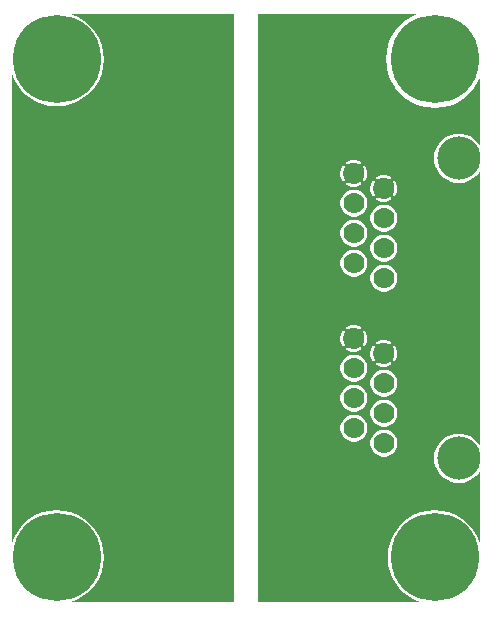
<source format=gbr>
G04 start of page 3 for group 1 idx 1 *
G04 Title: (unknown), solder *
G04 Creator: pcb 4.0.2 *
G04 CreationDate: Thu Jul  2 20:29:10 2020 UTC *
G04 For: ndholmes *
G04 Format: Gerber/RS-274X *
G04 PCB-Dimensions (mil): 3600.00 2000.00 *
G04 PCB-Coordinate-Origin: lower left *
%MOIN*%
%FSLAX25Y25*%
%LNBOTTOM*%
%ADD32C,0.1280*%
%ADD31C,0.0350*%
%ADD30C,0.1285*%
%ADD29C,0.0200*%
%ADD28C,0.0360*%
%ADD27C,0.1440*%
%ADD26C,0.0700*%
%ADD25C,0.2937*%
%ADD24C,0.0001*%
G54D24*G36*
X21705Y198000D02*X72000D01*
Y2000D01*
X21705D01*
X21862Y2038D01*
X24142Y2982D01*
X26247Y4272D01*
X28124Y5876D01*
X29728Y7753D01*
X31018Y9858D01*
X31962Y12138D01*
X32539Y14539D01*
X32684Y17000D01*
X32539Y19461D01*
X31962Y21862D01*
X31018Y24142D01*
X29728Y26247D01*
X28124Y28124D01*
X26247Y29728D01*
X24142Y31018D01*
X21862Y31962D01*
X19461Y32539D01*
X17000Y32732D01*
X14539Y32539D01*
X12138Y31962D01*
X9858Y31018D01*
X7753Y29728D01*
X5876Y28124D01*
X4272Y26247D01*
X2982Y24142D01*
X2038Y21862D01*
X2000Y21705D01*
Y178295D01*
X2038Y178138D01*
X2982Y175858D01*
X4272Y173753D01*
X5876Y171876D01*
X7753Y170272D01*
X9858Y168982D01*
X12138Y168038D01*
X14539Y167461D01*
X17000Y167268D01*
X19461Y167461D01*
X21862Y168038D01*
X24142Y168982D01*
X26247Y170272D01*
X28124Y171876D01*
X29728Y173753D01*
X31018Y175858D01*
X31962Y178138D01*
X32539Y180539D01*
X32684Y183000D01*
X32539Y185461D01*
X31962Y187862D01*
X31018Y190142D01*
X29728Y192247D01*
X28124Y194124D01*
X26247Y195728D01*
X24142Y197018D01*
X21862Y197962D01*
X21705Y198000D01*
G37*
G36*
X129720Y8653D02*X130272Y7753D01*
X131876Y5876D01*
X133753Y4272D01*
X135858Y2982D01*
X138138Y2038D01*
X138295Y2000D01*
X129720D01*
Y8653D01*
G37*
G36*
Y173696D02*X129866Y173458D01*
X131521Y171521D01*
X133458Y169866D01*
X135630Y168535D01*
X137983Y167561D01*
X140460Y166966D01*
X143000Y166766D01*
X145540Y166966D01*
X148017Y167561D01*
X150370Y168535D01*
X152542Y169866D01*
X154479Y171521D01*
X156134Y173458D01*
X157465Y175630D01*
X158000Y176923D01*
Y154271D01*
X157654Y154835D01*
X156816Y155816D01*
X155835Y156654D01*
X154734Y157329D01*
X153542Y157823D01*
X152287Y158124D01*
X151000Y158225D01*
X149713Y158124D01*
X148458Y157823D01*
X147266Y157329D01*
X146165Y156654D01*
X145184Y155816D01*
X144346Y154835D01*
X143671Y153734D01*
X143177Y152542D01*
X142876Y151287D01*
X142775Y150000D01*
X142876Y148713D01*
X143177Y147458D01*
X143671Y146266D01*
X144346Y145165D01*
X145184Y144184D01*
X146165Y143346D01*
X147266Y142671D01*
X148458Y142177D01*
X149713Y141876D01*
X151000Y141775D01*
X152287Y141876D01*
X153542Y142177D01*
X154734Y142671D01*
X155835Y143346D01*
X156816Y144184D01*
X157654Y145165D01*
X158000Y145729D01*
Y54271D01*
X157654Y54835D01*
X156816Y55816D01*
X155835Y56654D01*
X154734Y57329D01*
X153542Y57823D01*
X152287Y58124D01*
X151000Y58225D01*
X149713Y58124D01*
X148458Y57823D01*
X147266Y57329D01*
X146165Y56654D01*
X145184Y55816D01*
X144346Y54835D01*
X143671Y53734D01*
X143177Y52542D01*
X142876Y51287D01*
X142775Y50000D01*
X142876Y48713D01*
X143177Y47458D01*
X143671Y46266D01*
X144346Y45165D01*
X145184Y44184D01*
X146165Y43346D01*
X147266Y42671D01*
X148458Y42177D01*
X149713Y41876D01*
X151000Y41775D01*
X152287Y41876D01*
X153542Y42177D01*
X154734Y42671D01*
X155835Y43346D01*
X156816Y44184D01*
X157654Y45165D01*
X158000Y45729D01*
Y21705D01*
X157962Y21862D01*
X157018Y24142D01*
X155728Y26247D01*
X154124Y28124D01*
X152247Y29728D01*
X150142Y31018D01*
X147862Y31962D01*
X145461Y32539D01*
X143000Y32732D01*
X140539Y32539D01*
X138138Y31962D01*
X135858Y31018D01*
X133753Y29728D01*
X131876Y28124D01*
X130272Y26247D01*
X129720Y25347D01*
Y52459D01*
X130022Y52951D01*
X130293Y53605D01*
X130458Y54294D01*
X130500Y55000D01*
X130458Y55706D01*
X130293Y56395D01*
X130022Y57049D01*
X129720Y57541D01*
Y62459D01*
X130022Y62951D01*
X130293Y63605D01*
X130458Y64294D01*
X130500Y65000D01*
X130458Y65706D01*
X130293Y66395D01*
X130022Y67049D01*
X129720Y67541D01*
Y72459D01*
X130022Y72951D01*
X130293Y73605D01*
X130458Y74294D01*
X130500Y75000D01*
X130458Y75706D01*
X130293Y76395D01*
X130022Y77049D01*
X129720Y77541D01*
Y82544D01*
X129771Y82583D01*
X129826Y82639D01*
X129870Y82704D01*
X130064Y83056D01*
X130221Y83426D01*
X130344Y83809D01*
X130433Y84200D01*
X130487Y84599D01*
X130504Y85000D01*
X130487Y85401D01*
X130433Y85800D01*
X130344Y86191D01*
X130221Y86574D01*
X130064Y86944D01*
X129874Y87298D01*
X129829Y87363D01*
X129774Y87420D01*
X129720Y87460D01*
Y107459D01*
X130022Y107951D01*
X130293Y108605D01*
X130458Y109294D01*
X130500Y110000D01*
X130458Y110706D01*
X130293Y111395D01*
X130022Y112049D01*
X129720Y112541D01*
Y117459D01*
X130022Y117951D01*
X130293Y118605D01*
X130458Y119294D01*
X130500Y120000D01*
X130458Y120706D01*
X130293Y121395D01*
X130022Y122049D01*
X129720Y122541D01*
Y127459D01*
X130022Y127951D01*
X130293Y128605D01*
X130458Y129294D01*
X130500Y130000D01*
X130458Y130706D01*
X130293Y131395D01*
X130022Y132049D01*
X129720Y132541D01*
Y137544D01*
X129771Y137583D01*
X129826Y137639D01*
X129870Y137704D01*
X130064Y138056D01*
X130221Y138426D01*
X130344Y138809D01*
X130433Y139200D01*
X130487Y139599D01*
X130504Y140000D01*
X130487Y140401D01*
X130433Y140800D01*
X130344Y141191D01*
X130221Y141574D01*
X130064Y141944D01*
X129874Y142298D01*
X129829Y142363D01*
X129774Y142420D01*
X129720Y142460D01*
Y173696D01*
G37*
G36*
Y198000D02*X136923D01*
X135630Y197465D01*
X133458Y196134D01*
X131521Y194479D01*
X129866Y192542D01*
X129720Y192304D01*
Y198000D01*
G37*
G36*
Y122541D02*X129652Y122653D01*
X129192Y123192D01*
X128653Y123652D01*
X128049Y124022D01*
X127395Y124293D01*
X126706Y124458D01*
X126000Y124514D01*
X125993Y124513D01*
Y125487D01*
X126000Y125486D01*
X126706Y125542D01*
X127395Y125707D01*
X128049Y125978D01*
X128653Y126348D01*
X129192Y126808D01*
X129652Y127347D01*
X129720Y127459D01*
Y122541D01*
G37*
G36*
Y112541D02*X129652Y112653D01*
X129192Y113192D01*
X128653Y113652D01*
X128049Y114022D01*
X127395Y114293D01*
X126706Y114458D01*
X126000Y114514D01*
X125993Y114513D01*
Y115487D01*
X126000Y115486D01*
X126706Y115542D01*
X127395Y115707D01*
X128049Y115978D01*
X128653Y116348D01*
X129192Y116808D01*
X129652Y117347D01*
X129720Y117459D01*
Y112541D01*
G37*
G36*
Y77541D02*X129652Y77653D01*
X129192Y78192D01*
X128653Y78652D01*
X128049Y79022D01*
X127395Y79293D01*
X126706Y79458D01*
X126000Y79514D01*
X125993Y79513D01*
Y80496D01*
X126000Y80496D01*
X126401Y80513D01*
X126800Y80567D01*
X127191Y80656D01*
X127574Y80779D01*
X127944Y80936D01*
X128298Y81126D01*
X128363Y81171D01*
X128420Y81226D01*
X128468Y81290D01*
X128504Y81360D01*
X128530Y81435D01*
X128544Y81513D01*
X128545Y81592D01*
X128533Y81671D01*
X128510Y81746D01*
X128475Y81817D01*
X128429Y81882D01*
X128374Y81939D01*
X128311Y81987D01*
X128241Y82024D01*
X128166Y82049D01*
X128088Y82063D01*
X128008Y82064D01*
X127930Y82052D01*
X127854Y82029D01*
X127784Y81993D01*
X127510Y81843D01*
X127223Y81721D01*
X126926Y81625D01*
X126621Y81556D01*
X126312Y81514D01*
X126000Y81500D01*
X125993Y81500D01*
Y88500D01*
X126000Y88500D01*
X126312Y88486D01*
X126621Y88444D01*
X126926Y88375D01*
X127223Y88279D01*
X127510Y88157D01*
X127786Y88010D01*
X127855Y87974D01*
X127931Y87951D01*
X128009Y87940D01*
X128087Y87941D01*
X128165Y87954D01*
X128239Y87980D01*
X128309Y88016D01*
X128372Y88064D01*
X128427Y88120D01*
X128472Y88184D01*
X128507Y88255D01*
X128530Y88330D01*
X128541Y88408D01*
X128540Y88487D01*
X128527Y88564D01*
X128501Y88639D01*
X128465Y88708D01*
X128417Y88771D01*
X128361Y88826D01*
X128296Y88870D01*
X127944Y89064D01*
X127574Y89221D01*
X127191Y89344D01*
X126800Y89433D01*
X126401Y89487D01*
X126000Y89504D01*
X125993Y89504D01*
Y105487D01*
X126000Y105486D01*
X126706Y105542D01*
X127395Y105707D01*
X128049Y105978D01*
X128653Y106348D01*
X129192Y106808D01*
X129652Y107347D01*
X129720Y107459D01*
Y87460D01*
X129710Y87468D01*
X129640Y87504D01*
X129565Y87530D01*
X129487Y87544D01*
X129408Y87545D01*
X129329Y87533D01*
X129254Y87510D01*
X129183Y87475D01*
X129118Y87429D01*
X129061Y87374D01*
X129013Y87311D01*
X128976Y87241D01*
X128951Y87166D01*
X128937Y87088D01*
X128936Y87008D01*
X128948Y86930D01*
X128971Y86854D01*
X129007Y86784D01*
X129157Y86510D01*
X129279Y86223D01*
X129375Y85926D01*
X129444Y85621D01*
X129486Y85312D01*
X129500Y85000D01*
X129486Y84688D01*
X129444Y84379D01*
X129375Y84074D01*
X129279Y83777D01*
X129157Y83490D01*
X129010Y83214D01*
X128974Y83145D01*
X128951Y83069D01*
X128940Y82991D01*
X128941Y82913D01*
X128954Y82835D01*
X128980Y82761D01*
X129016Y82691D01*
X129064Y82628D01*
X129120Y82573D01*
X129184Y82528D01*
X129255Y82493D01*
X129330Y82470D01*
X129408Y82459D01*
X129487Y82460D01*
X129564Y82473D01*
X129639Y82499D01*
X129708Y82535D01*
X129720Y82544D01*
Y77541D01*
G37*
G36*
Y67541D02*X129652Y67653D01*
X129192Y68192D01*
X128653Y68652D01*
X128049Y69022D01*
X127395Y69293D01*
X126706Y69458D01*
X126000Y69514D01*
X125993Y69513D01*
Y70487D01*
X126000Y70486D01*
X126706Y70542D01*
X127395Y70707D01*
X128049Y70978D01*
X128653Y71348D01*
X129192Y71808D01*
X129652Y72347D01*
X129720Y72459D01*
Y67541D01*
G37*
G36*
Y57541D02*X129652Y57653D01*
X129192Y58192D01*
X128653Y58652D01*
X128049Y59022D01*
X127395Y59293D01*
X126706Y59458D01*
X126000Y59514D01*
X125993Y59513D01*
Y60487D01*
X126000Y60486D01*
X126706Y60542D01*
X127395Y60707D01*
X128049Y60978D01*
X128653Y61348D01*
X129192Y61808D01*
X129652Y62347D01*
X129720Y62459D01*
Y57541D01*
G37*
G36*
Y25347D02*X128982Y24142D01*
X128038Y21862D01*
X127461Y19461D01*
X127268Y17000D01*
X127461Y14539D01*
X128038Y12138D01*
X128982Y9858D01*
X129720Y8653D01*
Y2000D01*
X125993D01*
Y50487D01*
X126000Y50486D01*
X126706Y50542D01*
X127395Y50707D01*
X128049Y50978D01*
X128653Y51348D01*
X129192Y51808D01*
X129652Y52347D01*
X129720Y52459D01*
Y25347D01*
G37*
G36*
X125993Y198000D02*X129720D01*
Y192304D01*
X128535Y190370D01*
X127561Y188017D01*
X126966Y185540D01*
X126766Y183000D01*
X126966Y180460D01*
X127561Y177983D01*
X128535Y175630D01*
X129720Y173696D01*
Y142460D01*
X129710Y142468D01*
X129640Y142504D01*
X129565Y142530D01*
X129487Y142544D01*
X129408Y142545D01*
X129329Y142533D01*
X129254Y142510D01*
X129183Y142475D01*
X129118Y142429D01*
X129061Y142374D01*
X129013Y142311D01*
X128976Y142241D01*
X128951Y142166D01*
X128937Y142088D01*
X128936Y142008D01*
X128948Y141930D01*
X128971Y141854D01*
X129007Y141784D01*
X129157Y141510D01*
X129279Y141223D01*
X129375Y140926D01*
X129444Y140621D01*
X129486Y140312D01*
X129500Y140000D01*
X129486Y139688D01*
X129444Y139379D01*
X129375Y139074D01*
X129279Y138777D01*
X129157Y138490D01*
X129010Y138214D01*
X128974Y138145D01*
X128951Y138069D01*
X128940Y137991D01*
X128941Y137913D01*
X128954Y137835D01*
X128980Y137761D01*
X129016Y137691D01*
X129064Y137628D01*
X129120Y137573D01*
X129184Y137528D01*
X129255Y137493D01*
X129330Y137470D01*
X129408Y137459D01*
X129487Y137460D01*
X129564Y137473D01*
X129639Y137499D01*
X129708Y137535D01*
X129720Y137544D01*
Y132541D01*
X129652Y132653D01*
X129192Y133192D01*
X128653Y133652D01*
X128049Y134022D01*
X127395Y134293D01*
X126706Y134458D01*
X126000Y134514D01*
X125993Y134513D01*
Y135496D01*
X126000Y135496D01*
X126401Y135513D01*
X126800Y135567D01*
X127191Y135656D01*
X127574Y135779D01*
X127944Y135936D01*
X128298Y136126D01*
X128363Y136171D01*
X128420Y136226D01*
X128468Y136290D01*
X128504Y136360D01*
X128530Y136435D01*
X128544Y136513D01*
X128545Y136592D01*
X128533Y136671D01*
X128510Y136746D01*
X128475Y136817D01*
X128429Y136882D01*
X128374Y136939D01*
X128311Y136987D01*
X128241Y137024D01*
X128166Y137049D01*
X128088Y137063D01*
X128008Y137064D01*
X127930Y137052D01*
X127854Y137029D01*
X127784Y136993D01*
X127510Y136843D01*
X127223Y136721D01*
X126926Y136625D01*
X126621Y136556D01*
X126312Y136514D01*
X126000Y136500D01*
X125993Y136500D01*
Y143500D01*
X126000Y143500D01*
X126312Y143486D01*
X126621Y143444D01*
X126926Y143375D01*
X127223Y143279D01*
X127510Y143157D01*
X127786Y143010D01*
X127855Y142974D01*
X127931Y142951D01*
X128009Y142940D01*
X128087Y142941D01*
X128165Y142954D01*
X128239Y142980D01*
X128309Y143016D01*
X128372Y143064D01*
X128427Y143120D01*
X128472Y143184D01*
X128507Y143255D01*
X128530Y143330D01*
X128541Y143408D01*
X128540Y143487D01*
X128527Y143564D01*
X128501Y143639D01*
X128465Y143708D01*
X128417Y143771D01*
X128361Y143826D01*
X128296Y143870D01*
X127944Y144064D01*
X127574Y144221D01*
X127191Y144344D01*
X126800Y144433D01*
X126401Y144487D01*
X126000Y144504D01*
X125993Y144504D01*
Y198000D01*
G37*
G36*
X122280Y52459D02*X122348Y52347D01*
X122808Y51808D01*
X123347Y51348D01*
X123951Y50978D01*
X124605Y50707D01*
X125294Y50542D01*
X125993Y50487D01*
Y2000D01*
X122280D01*
Y52459D01*
G37*
G36*
Y62459D02*X122348Y62347D01*
X122808Y61808D01*
X123347Y61348D01*
X123951Y60978D01*
X124605Y60707D01*
X125294Y60542D01*
X125993Y60487D01*
Y59513D01*
X125294Y59458D01*
X124605Y59293D01*
X123951Y59022D01*
X123347Y58652D01*
X122808Y58192D01*
X122348Y57653D01*
X122280Y57541D01*
Y62459D01*
G37*
G36*
Y72459D02*X122348Y72347D01*
X122808Y71808D01*
X123347Y71348D01*
X123951Y70978D01*
X124605Y70707D01*
X125294Y70542D01*
X125993Y70487D01*
Y69513D01*
X125294Y69458D01*
X124605Y69293D01*
X123951Y69022D01*
X123347Y68652D01*
X122808Y68192D01*
X122348Y67653D01*
X122280Y67541D01*
Y72459D01*
G37*
G36*
Y107459D02*X122348Y107347D01*
X122808Y106808D01*
X123347Y106348D01*
X123951Y105978D01*
X124605Y105707D01*
X125294Y105542D01*
X125993Y105487D01*
Y89504D01*
X125599Y89487D01*
X125200Y89433D01*
X124809Y89344D01*
X124426Y89221D01*
X124056Y89064D01*
X123702Y88874D01*
X123637Y88829D01*
X123580Y88774D01*
X123532Y88710D01*
X123496Y88640D01*
X123470Y88565D01*
X123456Y88487D01*
X123455Y88408D01*
X123467Y88329D01*
X123490Y88254D01*
X123525Y88183D01*
X123571Y88118D01*
X123626Y88061D01*
X123689Y88013D01*
X123759Y87976D01*
X123834Y87951D01*
X123912Y87937D01*
X123992Y87936D01*
X124070Y87948D01*
X124146Y87971D01*
X124216Y88007D01*
X124490Y88157D01*
X124777Y88279D01*
X125074Y88375D01*
X125379Y88444D01*
X125688Y88486D01*
X125993Y88500D01*
Y81500D01*
X125688Y81514D01*
X125379Y81556D01*
X125074Y81625D01*
X124777Y81721D01*
X124490Y81843D01*
X124214Y81990D01*
X124145Y82026D01*
X124069Y82049D01*
X123991Y82060D01*
X123913Y82059D01*
X123835Y82046D01*
X123761Y82020D01*
X123691Y81984D01*
X123628Y81936D01*
X123573Y81880D01*
X123528Y81816D01*
X123493Y81745D01*
X123470Y81670D01*
X123459Y81592D01*
X123460Y81513D01*
X123473Y81436D01*
X123499Y81361D01*
X123535Y81292D01*
X123583Y81229D01*
X123639Y81174D01*
X123704Y81130D01*
X124056Y80936D01*
X124426Y80779D01*
X124809Y80656D01*
X125200Y80567D01*
X125599Y80513D01*
X125993Y80496D01*
Y79513D01*
X125294Y79458D01*
X124605Y79293D01*
X123951Y79022D01*
X123347Y78652D01*
X122808Y78192D01*
X122348Y77653D01*
X122280Y77541D01*
Y82540D01*
X122290Y82532D01*
X122360Y82496D01*
X122435Y82470D01*
X122513Y82456D01*
X122592Y82455D01*
X122671Y82467D01*
X122746Y82490D01*
X122817Y82525D01*
X122882Y82571D01*
X122939Y82626D01*
X122987Y82689D01*
X123023Y82759D01*
X123049Y82834D01*
X123063Y82912D01*
X123064Y82992D01*
X123052Y83070D01*
X123029Y83146D01*
X122993Y83216D01*
X122843Y83490D01*
X122721Y83777D01*
X122625Y84074D01*
X122556Y84379D01*
X122514Y84688D01*
X122500Y85000D01*
X122514Y85312D01*
X122556Y85621D01*
X122625Y85926D01*
X122721Y86223D01*
X122843Y86510D01*
X122990Y86786D01*
X123026Y86855D01*
X123049Y86931D01*
X123060Y87009D01*
X123059Y87087D01*
X123046Y87165D01*
X123020Y87239D01*
X122984Y87309D01*
X122936Y87372D01*
X122880Y87427D01*
X122816Y87472D01*
X122745Y87507D01*
X122670Y87530D01*
X122592Y87541D01*
X122513Y87540D01*
X122436Y87527D01*
X122361Y87501D01*
X122292Y87465D01*
X122280Y87456D01*
Y107459D01*
G37*
G36*
Y117459D02*X122348Y117347D01*
X122808Y116808D01*
X123347Y116348D01*
X123951Y115978D01*
X124605Y115707D01*
X125294Y115542D01*
X125993Y115487D01*
Y114513D01*
X125294Y114458D01*
X124605Y114293D01*
X123951Y114022D01*
X123347Y113652D01*
X122808Y113192D01*
X122348Y112653D01*
X122280Y112541D01*
Y117459D01*
G37*
G36*
Y127459D02*X122348Y127347D01*
X122808Y126808D01*
X123347Y126348D01*
X123951Y125978D01*
X124605Y125707D01*
X125294Y125542D01*
X125993Y125487D01*
Y124513D01*
X125294Y124458D01*
X124605Y124293D01*
X123951Y124022D01*
X123347Y123652D01*
X122808Y123192D01*
X122348Y122653D01*
X122280Y122541D01*
Y127459D01*
G37*
G36*
Y198000D02*X125993D01*
Y144504D01*
X125599Y144487D01*
X125200Y144433D01*
X124809Y144344D01*
X124426Y144221D01*
X124056Y144064D01*
X123702Y143874D01*
X123637Y143829D01*
X123580Y143774D01*
X123532Y143710D01*
X123496Y143640D01*
X123470Y143565D01*
X123456Y143487D01*
X123455Y143408D01*
X123467Y143329D01*
X123490Y143254D01*
X123525Y143183D01*
X123571Y143118D01*
X123626Y143061D01*
X123689Y143013D01*
X123759Y142976D01*
X123834Y142951D01*
X123912Y142937D01*
X123992Y142936D01*
X124070Y142948D01*
X124146Y142971D01*
X124216Y143007D01*
X124490Y143157D01*
X124777Y143279D01*
X125074Y143375D01*
X125379Y143444D01*
X125688Y143486D01*
X125993Y143500D01*
Y136500D01*
X125688Y136514D01*
X125379Y136556D01*
X125074Y136625D01*
X124777Y136721D01*
X124490Y136843D01*
X124214Y136990D01*
X124145Y137026D01*
X124069Y137049D01*
X123991Y137060D01*
X123913Y137059D01*
X123835Y137046D01*
X123761Y137020D01*
X123691Y136984D01*
X123628Y136936D01*
X123573Y136880D01*
X123528Y136816D01*
X123493Y136745D01*
X123470Y136670D01*
X123459Y136592D01*
X123460Y136513D01*
X123473Y136436D01*
X123499Y136361D01*
X123535Y136292D01*
X123583Y136229D01*
X123639Y136174D01*
X123704Y136130D01*
X124056Y135936D01*
X124426Y135779D01*
X124809Y135656D01*
X125200Y135567D01*
X125599Y135513D01*
X125993Y135496D01*
Y134513D01*
X125294Y134458D01*
X124605Y134293D01*
X123951Y134022D01*
X123347Y133652D01*
X122808Y133192D01*
X122348Y132653D01*
X122280Y132541D01*
Y137540D01*
X122290Y137532D01*
X122360Y137496D01*
X122435Y137470D01*
X122513Y137456D01*
X122592Y137455D01*
X122671Y137467D01*
X122746Y137490D01*
X122817Y137525D01*
X122882Y137571D01*
X122939Y137626D01*
X122987Y137689D01*
X123023Y137759D01*
X123049Y137834D01*
X123063Y137912D01*
X123064Y137992D01*
X123052Y138070D01*
X123029Y138146D01*
X122993Y138216D01*
X122843Y138490D01*
X122721Y138777D01*
X122625Y139074D01*
X122556Y139379D01*
X122514Y139688D01*
X122500Y140000D01*
X122514Y140312D01*
X122556Y140621D01*
X122625Y140926D01*
X122721Y141223D01*
X122843Y141510D01*
X122990Y141786D01*
X123026Y141855D01*
X123049Y141931D01*
X123060Y142009D01*
X123059Y142087D01*
X123046Y142165D01*
X123020Y142239D01*
X122984Y142309D01*
X122936Y142372D01*
X122880Y142427D01*
X122816Y142472D01*
X122745Y142507D01*
X122670Y142530D01*
X122592Y142541D01*
X122513Y142540D01*
X122436Y142527D01*
X122361Y142501D01*
X122292Y142465D01*
X122280Y142456D01*
Y198000D01*
G37*
G36*
X119720D02*X122280D01*
Y142456D01*
X122229Y142417D01*
X122174Y142361D01*
X122130Y142296D01*
X121936Y141944D01*
X121779Y141574D01*
X121656Y141191D01*
X121567Y140800D01*
X121513Y140401D01*
X121496Y140000D01*
X121513Y139599D01*
X121567Y139200D01*
X121656Y138809D01*
X121779Y138426D01*
X121936Y138056D01*
X122126Y137702D01*
X122171Y137637D01*
X122226Y137580D01*
X122280Y137540D01*
Y132541D01*
X121978Y132049D01*
X121707Y131395D01*
X121542Y130706D01*
X121486Y130000D01*
X121542Y129294D01*
X121707Y128605D01*
X121978Y127951D01*
X122280Y127459D01*
Y122541D01*
X121978Y122049D01*
X121707Y121395D01*
X121542Y120706D01*
X121486Y120000D01*
X121542Y119294D01*
X121707Y118605D01*
X121978Y117951D01*
X122280Y117459D01*
Y112541D01*
X121978Y112049D01*
X121707Y111395D01*
X121542Y110706D01*
X121486Y110000D01*
X121542Y109294D01*
X121707Y108605D01*
X121978Y107951D01*
X122280Y107459D01*
Y87456D01*
X122229Y87417D01*
X122174Y87361D01*
X122130Y87296D01*
X121936Y86944D01*
X121779Y86574D01*
X121656Y86191D01*
X121567Y85800D01*
X121513Y85401D01*
X121496Y85000D01*
X121513Y84599D01*
X121567Y84200D01*
X121656Y83809D01*
X121779Y83426D01*
X121936Y83056D01*
X122126Y82702D01*
X122171Y82637D01*
X122226Y82580D01*
X122280Y82540D01*
Y77541D01*
X121978Y77049D01*
X121707Y76395D01*
X121542Y75706D01*
X121486Y75000D01*
X121542Y74294D01*
X121707Y73605D01*
X121978Y72951D01*
X122280Y72459D01*
Y67541D01*
X121978Y67049D01*
X121707Y66395D01*
X121542Y65706D01*
X121486Y65000D01*
X121542Y64294D01*
X121707Y63605D01*
X121978Y62951D01*
X122280Y62459D01*
Y57541D01*
X121978Y57049D01*
X121707Y56395D01*
X121542Y55706D01*
X121486Y55000D01*
X121542Y54294D01*
X121707Y53605D01*
X121978Y52951D01*
X122280Y52459D01*
Y2000D01*
X119720D01*
Y57459D01*
X120022Y57951D01*
X120293Y58605D01*
X120458Y59294D01*
X120500Y60000D01*
X120458Y60706D01*
X120293Y61395D01*
X120022Y62049D01*
X119720Y62541D01*
Y67459D01*
X120022Y67951D01*
X120293Y68605D01*
X120458Y69294D01*
X120500Y70000D01*
X120458Y70706D01*
X120293Y71395D01*
X120022Y72049D01*
X119720Y72541D01*
Y77459D01*
X120022Y77951D01*
X120293Y78605D01*
X120458Y79294D01*
X120500Y80000D01*
X120458Y80706D01*
X120293Y81395D01*
X120022Y82049D01*
X119720Y82541D01*
Y87544D01*
X119771Y87583D01*
X119826Y87639D01*
X119870Y87704D01*
X120064Y88056D01*
X120221Y88426D01*
X120344Y88809D01*
X120433Y89200D01*
X120487Y89599D01*
X120504Y90000D01*
X120487Y90401D01*
X120433Y90800D01*
X120344Y91191D01*
X120221Y91574D01*
X120064Y91944D01*
X119874Y92298D01*
X119829Y92363D01*
X119774Y92420D01*
X119720Y92460D01*
Y112459D01*
X120022Y112951D01*
X120293Y113605D01*
X120458Y114294D01*
X120500Y115000D01*
X120458Y115706D01*
X120293Y116395D01*
X120022Y117049D01*
X119720Y117541D01*
Y122459D01*
X120022Y122951D01*
X120293Y123605D01*
X120458Y124294D01*
X120500Y125000D01*
X120458Y125706D01*
X120293Y126395D01*
X120022Y127049D01*
X119720Y127541D01*
Y132459D01*
X120022Y132951D01*
X120293Y133605D01*
X120458Y134294D01*
X120500Y135000D01*
X120458Y135706D01*
X120293Y136395D01*
X120022Y137049D01*
X119720Y137541D01*
Y142544D01*
X119771Y142583D01*
X119826Y142639D01*
X119870Y142704D01*
X120064Y143056D01*
X120221Y143426D01*
X120344Y143809D01*
X120433Y144200D01*
X120487Y144599D01*
X120504Y145000D01*
X120487Y145401D01*
X120433Y145800D01*
X120344Y146191D01*
X120221Y146574D01*
X120064Y146944D01*
X119874Y147298D01*
X119829Y147363D01*
X119774Y147420D01*
X119720Y147460D01*
Y198000D01*
G37*
G36*
Y127541D02*X119652Y127653D01*
X119192Y128192D01*
X118653Y128652D01*
X118049Y129022D01*
X117395Y129293D01*
X116706Y129458D01*
X116000Y129514D01*
X115993Y129513D01*
Y130487D01*
X116000Y130486D01*
X116706Y130542D01*
X117395Y130707D01*
X118049Y130978D01*
X118653Y131348D01*
X119192Y131808D01*
X119652Y132347D01*
X119720Y132459D01*
Y127541D01*
G37*
G36*
Y117541D02*X119652Y117653D01*
X119192Y118192D01*
X118653Y118652D01*
X118049Y119022D01*
X117395Y119293D01*
X116706Y119458D01*
X116000Y119514D01*
X115993Y119513D01*
Y120487D01*
X116000Y120486D01*
X116706Y120542D01*
X117395Y120707D01*
X118049Y120978D01*
X118653Y121348D01*
X119192Y121808D01*
X119652Y122347D01*
X119720Y122459D01*
Y117541D01*
G37*
G36*
Y82541D02*X119652Y82653D01*
X119192Y83192D01*
X118653Y83652D01*
X118049Y84022D01*
X117395Y84293D01*
X116706Y84458D01*
X116000Y84514D01*
X115993Y84513D01*
Y85496D01*
X116000Y85496D01*
X116401Y85513D01*
X116800Y85567D01*
X117191Y85656D01*
X117574Y85779D01*
X117944Y85936D01*
X118298Y86126D01*
X118363Y86171D01*
X118420Y86226D01*
X118468Y86290D01*
X118504Y86360D01*
X118530Y86435D01*
X118544Y86513D01*
X118545Y86592D01*
X118533Y86671D01*
X118510Y86746D01*
X118475Y86817D01*
X118429Y86882D01*
X118374Y86939D01*
X118311Y86987D01*
X118241Y87024D01*
X118166Y87049D01*
X118088Y87063D01*
X118008Y87064D01*
X117930Y87052D01*
X117854Y87029D01*
X117784Y86993D01*
X117510Y86843D01*
X117223Y86721D01*
X116926Y86625D01*
X116621Y86556D01*
X116312Y86514D01*
X116000Y86500D01*
X115993Y86500D01*
Y93500D01*
X116000Y93500D01*
X116312Y93486D01*
X116621Y93444D01*
X116926Y93375D01*
X117223Y93279D01*
X117510Y93157D01*
X117786Y93010D01*
X117855Y92974D01*
X117931Y92951D01*
X118009Y92940D01*
X118087Y92941D01*
X118165Y92954D01*
X118239Y92980D01*
X118309Y93016D01*
X118372Y93064D01*
X118427Y93120D01*
X118472Y93184D01*
X118507Y93255D01*
X118530Y93330D01*
X118541Y93408D01*
X118540Y93487D01*
X118527Y93564D01*
X118501Y93639D01*
X118465Y93708D01*
X118417Y93771D01*
X118361Y93826D01*
X118296Y93870D01*
X117944Y94064D01*
X117574Y94221D01*
X117191Y94344D01*
X116800Y94433D01*
X116401Y94487D01*
X116000Y94504D01*
X115993Y94504D01*
Y110487D01*
X116000Y110486D01*
X116706Y110542D01*
X117395Y110707D01*
X118049Y110978D01*
X118653Y111348D01*
X119192Y111808D01*
X119652Y112347D01*
X119720Y112459D01*
Y92460D01*
X119710Y92468D01*
X119640Y92504D01*
X119565Y92530D01*
X119487Y92544D01*
X119408Y92545D01*
X119329Y92533D01*
X119254Y92510D01*
X119183Y92475D01*
X119118Y92429D01*
X119061Y92374D01*
X119013Y92311D01*
X118976Y92241D01*
X118951Y92166D01*
X118937Y92088D01*
X118936Y92008D01*
X118948Y91930D01*
X118971Y91854D01*
X119007Y91784D01*
X119157Y91510D01*
X119279Y91223D01*
X119375Y90926D01*
X119444Y90621D01*
X119486Y90312D01*
X119500Y90000D01*
X119486Y89688D01*
X119444Y89379D01*
X119375Y89074D01*
X119279Y88777D01*
X119157Y88490D01*
X119010Y88214D01*
X118974Y88145D01*
X118951Y88069D01*
X118940Y87991D01*
X118941Y87913D01*
X118954Y87835D01*
X118980Y87761D01*
X119016Y87691D01*
X119064Y87628D01*
X119120Y87573D01*
X119184Y87528D01*
X119255Y87493D01*
X119330Y87470D01*
X119408Y87459D01*
X119487Y87460D01*
X119564Y87473D01*
X119639Y87499D01*
X119708Y87535D01*
X119720Y87544D01*
Y82541D01*
G37*
G36*
Y72541D02*X119652Y72653D01*
X119192Y73192D01*
X118653Y73652D01*
X118049Y74022D01*
X117395Y74293D01*
X116706Y74458D01*
X116000Y74514D01*
X115993Y74513D01*
Y75487D01*
X116000Y75486D01*
X116706Y75542D01*
X117395Y75707D01*
X118049Y75978D01*
X118653Y76348D01*
X119192Y76808D01*
X119652Y77347D01*
X119720Y77459D01*
Y72541D01*
G37*
G36*
Y62541D02*X119652Y62653D01*
X119192Y63192D01*
X118653Y63652D01*
X118049Y64022D01*
X117395Y64293D01*
X116706Y64458D01*
X116000Y64514D01*
X115993Y64513D01*
Y65487D01*
X116000Y65486D01*
X116706Y65542D01*
X117395Y65707D01*
X118049Y65978D01*
X118653Y66348D01*
X119192Y66808D01*
X119652Y67347D01*
X119720Y67459D01*
Y62541D01*
G37*
G36*
Y2000D02*X115993D01*
Y55487D01*
X116000Y55486D01*
X116706Y55542D01*
X117395Y55707D01*
X118049Y55978D01*
X118653Y56348D01*
X119192Y56808D01*
X119652Y57347D01*
X119720Y57459D01*
Y2000D01*
G37*
G36*
X115993Y198000D02*X119720D01*
Y147460D01*
X119710Y147468D01*
X119640Y147504D01*
X119565Y147530D01*
X119487Y147544D01*
X119408Y147545D01*
X119329Y147533D01*
X119254Y147510D01*
X119183Y147475D01*
X119118Y147429D01*
X119061Y147374D01*
X119013Y147311D01*
X118976Y147241D01*
X118951Y147166D01*
X118937Y147088D01*
X118936Y147008D01*
X118948Y146930D01*
X118971Y146854D01*
X119007Y146784D01*
X119157Y146510D01*
X119279Y146223D01*
X119375Y145926D01*
X119444Y145621D01*
X119486Y145312D01*
X119500Y145000D01*
X119486Y144688D01*
X119444Y144379D01*
X119375Y144074D01*
X119279Y143777D01*
X119157Y143490D01*
X119010Y143214D01*
X118974Y143145D01*
X118951Y143069D01*
X118940Y142991D01*
X118941Y142913D01*
X118954Y142835D01*
X118980Y142761D01*
X119016Y142691D01*
X119064Y142628D01*
X119120Y142573D01*
X119184Y142528D01*
X119255Y142493D01*
X119330Y142470D01*
X119408Y142459D01*
X119487Y142460D01*
X119564Y142473D01*
X119639Y142499D01*
X119708Y142535D01*
X119720Y142544D01*
Y137541D01*
X119652Y137653D01*
X119192Y138192D01*
X118653Y138652D01*
X118049Y139022D01*
X117395Y139293D01*
X116706Y139458D01*
X116000Y139514D01*
X115993Y139513D01*
Y140496D01*
X116000Y140496D01*
X116401Y140513D01*
X116800Y140567D01*
X117191Y140656D01*
X117574Y140779D01*
X117944Y140936D01*
X118298Y141126D01*
X118363Y141171D01*
X118420Y141226D01*
X118468Y141290D01*
X118504Y141360D01*
X118530Y141435D01*
X118544Y141513D01*
X118545Y141592D01*
X118533Y141671D01*
X118510Y141746D01*
X118475Y141817D01*
X118429Y141882D01*
X118374Y141939D01*
X118311Y141987D01*
X118241Y142024D01*
X118166Y142049D01*
X118088Y142063D01*
X118008Y142064D01*
X117930Y142052D01*
X117854Y142029D01*
X117784Y141993D01*
X117510Y141843D01*
X117223Y141721D01*
X116926Y141625D01*
X116621Y141556D01*
X116312Y141514D01*
X116000Y141500D01*
X115993Y141500D01*
Y148500D01*
X116000Y148500D01*
X116312Y148486D01*
X116621Y148444D01*
X116926Y148375D01*
X117223Y148279D01*
X117510Y148157D01*
X117786Y148010D01*
X117855Y147974D01*
X117931Y147951D01*
X118009Y147940D01*
X118087Y147941D01*
X118165Y147954D01*
X118239Y147980D01*
X118309Y148016D01*
X118372Y148064D01*
X118427Y148120D01*
X118472Y148184D01*
X118507Y148255D01*
X118530Y148330D01*
X118541Y148408D01*
X118540Y148487D01*
X118527Y148564D01*
X118501Y148639D01*
X118465Y148708D01*
X118417Y148771D01*
X118361Y148826D01*
X118296Y148870D01*
X117944Y149064D01*
X117574Y149221D01*
X117191Y149344D01*
X116800Y149433D01*
X116401Y149487D01*
X116000Y149504D01*
X115993Y149504D01*
Y198000D01*
G37*
G36*
X112280Y57459D02*X112348Y57347D01*
X112808Y56808D01*
X113347Y56348D01*
X113951Y55978D01*
X114605Y55707D01*
X115294Y55542D01*
X115993Y55487D01*
Y2000D01*
X112280D01*
Y57459D01*
G37*
G36*
Y67459D02*X112348Y67347D01*
X112808Y66808D01*
X113347Y66348D01*
X113951Y65978D01*
X114605Y65707D01*
X115294Y65542D01*
X115993Y65487D01*
Y64513D01*
X115294Y64458D01*
X114605Y64293D01*
X113951Y64022D01*
X113347Y63652D01*
X112808Y63192D01*
X112348Y62653D01*
X112280Y62541D01*
Y67459D01*
G37*
G36*
Y77459D02*X112348Y77347D01*
X112808Y76808D01*
X113347Y76348D01*
X113951Y75978D01*
X114605Y75707D01*
X115294Y75542D01*
X115993Y75487D01*
Y74513D01*
X115294Y74458D01*
X114605Y74293D01*
X113951Y74022D01*
X113347Y73652D01*
X112808Y73192D01*
X112348Y72653D01*
X112280Y72541D01*
Y77459D01*
G37*
G36*
Y112459D02*X112348Y112347D01*
X112808Y111808D01*
X113347Y111348D01*
X113951Y110978D01*
X114605Y110707D01*
X115294Y110542D01*
X115993Y110487D01*
Y94504D01*
X115599Y94487D01*
X115200Y94433D01*
X114809Y94344D01*
X114426Y94221D01*
X114056Y94064D01*
X113702Y93874D01*
X113637Y93829D01*
X113580Y93774D01*
X113532Y93710D01*
X113496Y93640D01*
X113470Y93565D01*
X113456Y93487D01*
X113455Y93408D01*
X113467Y93329D01*
X113490Y93254D01*
X113525Y93183D01*
X113571Y93118D01*
X113626Y93061D01*
X113689Y93013D01*
X113759Y92976D01*
X113834Y92951D01*
X113912Y92937D01*
X113992Y92936D01*
X114070Y92948D01*
X114146Y92971D01*
X114216Y93007D01*
X114490Y93157D01*
X114777Y93279D01*
X115074Y93375D01*
X115379Y93444D01*
X115688Y93486D01*
X115993Y93500D01*
Y86500D01*
X115688Y86514D01*
X115379Y86556D01*
X115074Y86625D01*
X114777Y86721D01*
X114490Y86843D01*
X114214Y86990D01*
X114145Y87026D01*
X114069Y87049D01*
X113991Y87060D01*
X113913Y87059D01*
X113835Y87046D01*
X113761Y87020D01*
X113691Y86984D01*
X113628Y86936D01*
X113573Y86880D01*
X113528Y86816D01*
X113493Y86745D01*
X113470Y86670D01*
X113459Y86592D01*
X113460Y86513D01*
X113473Y86436D01*
X113499Y86361D01*
X113535Y86292D01*
X113583Y86229D01*
X113639Y86174D01*
X113704Y86130D01*
X114056Y85936D01*
X114426Y85779D01*
X114809Y85656D01*
X115200Y85567D01*
X115599Y85513D01*
X115993Y85496D01*
Y84513D01*
X115294Y84458D01*
X114605Y84293D01*
X113951Y84022D01*
X113347Y83652D01*
X112808Y83192D01*
X112348Y82653D01*
X112280Y82541D01*
Y87540D01*
X112290Y87532D01*
X112360Y87496D01*
X112435Y87470D01*
X112513Y87456D01*
X112592Y87455D01*
X112671Y87467D01*
X112746Y87490D01*
X112817Y87525D01*
X112882Y87571D01*
X112939Y87626D01*
X112987Y87689D01*
X113023Y87759D01*
X113049Y87834D01*
X113063Y87912D01*
X113064Y87992D01*
X113052Y88070D01*
X113029Y88146D01*
X112993Y88216D01*
X112843Y88490D01*
X112721Y88777D01*
X112625Y89074D01*
X112556Y89379D01*
X112514Y89688D01*
X112500Y90000D01*
X112514Y90312D01*
X112556Y90621D01*
X112625Y90926D01*
X112721Y91223D01*
X112843Y91510D01*
X112990Y91786D01*
X113026Y91855D01*
X113049Y91931D01*
X113060Y92009D01*
X113059Y92087D01*
X113046Y92165D01*
X113020Y92239D01*
X112984Y92309D01*
X112936Y92372D01*
X112880Y92427D01*
X112816Y92472D01*
X112745Y92507D01*
X112670Y92530D01*
X112592Y92541D01*
X112513Y92540D01*
X112436Y92527D01*
X112361Y92501D01*
X112292Y92465D01*
X112280Y92456D01*
Y112459D01*
G37*
G36*
Y122459D02*X112348Y122347D01*
X112808Y121808D01*
X113347Y121348D01*
X113951Y120978D01*
X114605Y120707D01*
X115294Y120542D01*
X115993Y120487D01*
Y119513D01*
X115294Y119458D01*
X114605Y119293D01*
X113951Y119022D01*
X113347Y118652D01*
X112808Y118192D01*
X112348Y117653D01*
X112280Y117541D01*
Y122459D01*
G37*
G36*
Y132459D02*X112348Y132347D01*
X112808Y131808D01*
X113347Y131348D01*
X113951Y130978D01*
X114605Y130707D01*
X115294Y130542D01*
X115993Y130487D01*
Y129513D01*
X115294Y129458D01*
X114605Y129293D01*
X113951Y129022D01*
X113347Y128652D01*
X112808Y128192D01*
X112348Y127653D01*
X112280Y127541D01*
Y132459D01*
G37*
G36*
Y198000D02*X115993D01*
Y149504D01*
X115599Y149487D01*
X115200Y149433D01*
X114809Y149344D01*
X114426Y149221D01*
X114056Y149064D01*
X113702Y148874D01*
X113637Y148829D01*
X113580Y148774D01*
X113532Y148710D01*
X113496Y148640D01*
X113470Y148565D01*
X113456Y148487D01*
X113455Y148408D01*
X113467Y148329D01*
X113490Y148254D01*
X113525Y148183D01*
X113571Y148118D01*
X113626Y148061D01*
X113689Y148013D01*
X113759Y147976D01*
X113834Y147951D01*
X113912Y147937D01*
X113992Y147936D01*
X114070Y147948D01*
X114146Y147971D01*
X114216Y148007D01*
X114490Y148157D01*
X114777Y148279D01*
X115074Y148375D01*
X115379Y148444D01*
X115688Y148486D01*
X115993Y148500D01*
Y141500D01*
X115688Y141514D01*
X115379Y141556D01*
X115074Y141625D01*
X114777Y141721D01*
X114490Y141843D01*
X114214Y141990D01*
X114145Y142026D01*
X114069Y142049D01*
X113991Y142060D01*
X113913Y142059D01*
X113835Y142046D01*
X113761Y142020D01*
X113691Y141984D01*
X113628Y141936D01*
X113573Y141880D01*
X113528Y141816D01*
X113493Y141745D01*
X113470Y141670D01*
X113459Y141592D01*
X113460Y141513D01*
X113473Y141436D01*
X113499Y141361D01*
X113535Y141292D01*
X113583Y141229D01*
X113639Y141174D01*
X113704Y141130D01*
X114056Y140936D01*
X114426Y140779D01*
X114809Y140656D01*
X115200Y140567D01*
X115599Y140513D01*
X115993Y140496D01*
Y139513D01*
X115294Y139458D01*
X114605Y139293D01*
X113951Y139022D01*
X113347Y138652D01*
X112808Y138192D01*
X112348Y137653D01*
X112280Y137541D01*
Y142540D01*
X112290Y142532D01*
X112360Y142496D01*
X112435Y142470D01*
X112513Y142456D01*
X112592Y142455D01*
X112671Y142467D01*
X112746Y142490D01*
X112817Y142525D01*
X112882Y142571D01*
X112939Y142626D01*
X112987Y142689D01*
X113023Y142759D01*
X113049Y142834D01*
X113063Y142912D01*
X113064Y142992D01*
X113052Y143070D01*
X113029Y143146D01*
X112993Y143216D01*
X112843Y143490D01*
X112721Y143777D01*
X112625Y144074D01*
X112556Y144379D01*
X112514Y144688D01*
X112500Y145000D01*
X112514Y145312D01*
X112556Y145621D01*
X112625Y145926D01*
X112721Y146223D01*
X112843Y146510D01*
X112990Y146786D01*
X113026Y146855D01*
X113049Y146931D01*
X113060Y147009D01*
X113059Y147087D01*
X113046Y147165D01*
X113020Y147239D01*
X112984Y147309D01*
X112936Y147372D01*
X112880Y147427D01*
X112816Y147472D01*
X112745Y147507D01*
X112670Y147530D01*
X112592Y147541D01*
X112513Y147540D01*
X112436Y147527D01*
X112361Y147501D01*
X112292Y147465D01*
X112280Y147456D01*
Y198000D01*
G37*
G36*
X84000D02*X112280D01*
Y147456D01*
X112229Y147417D01*
X112174Y147361D01*
X112130Y147296D01*
X111936Y146944D01*
X111779Y146574D01*
X111656Y146191D01*
X111567Y145800D01*
X111513Y145401D01*
X111496Y145000D01*
X111513Y144599D01*
X111567Y144200D01*
X111656Y143809D01*
X111779Y143426D01*
X111936Y143056D01*
X112126Y142702D01*
X112171Y142637D01*
X112226Y142580D01*
X112280Y142540D01*
Y137541D01*
X111978Y137049D01*
X111707Y136395D01*
X111542Y135706D01*
X111486Y135000D01*
X111542Y134294D01*
X111707Y133605D01*
X111978Y132951D01*
X112280Y132459D01*
Y127541D01*
X111978Y127049D01*
X111707Y126395D01*
X111542Y125706D01*
X111486Y125000D01*
X111542Y124294D01*
X111707Y123605D01*
X111978Y122951D01*
X112280Y122459D01*
Y117541D01*
X111978Y117049D01*
X111707Y116395D01*
X111542Y115706D01*
X111486Y115000D01*
X111542Y114294D01*
X111707Y113605D01*
X111978Y112951D01*
X112280Y112459D01*
Y92456D01*
X112229Y92417D01*
X112174Y92361D01*
X112130Y92296D01*
X111936Y91944D01*
X111779Y91574D01*
X111656Y91191D01*
X111567Y90800D01*
X111513Y90401D01*
X111496Y90000D01*
X111513Y89599D01*
X111567Y89200D01*
X111656Y88809D01*
X111779Y88426D01*
X111936Y88056D01*
X112126Y87702D01*
X112171Y87637D01*
X112226Y87580D01*
X112280Y87540D01*
Y82541D01*
X111978Y82049D01*
X111707Y81395D01*
X111542Y80706D01*
X111486Y80000D01*
X111542Y79294D01*
X111707Y78605D01*
X111978Y77951D01*
X112280Y77459D01*
Y72541D01*
X111978Y72049D01*
X111707Y71395D01*
X111542Y70706D01*
X111486Y70000D01*
X111542Y69294D01*
X111707Y68605D01*
X111978Y67951D01*
X112280Y67459D01*
Y62541D01*
X111978Y62049D01*
X111707Y61395D01*
X111542Y60706D01*
X111486Y60000D01*
X111542Y59294D01*
X111707Y58605D01*
X111978Y57951D01*
X112280Y57459D01*
Y2000D01*
X84000D01*
Y198000D01*
G37*
G36*
X40000D02*X76000D01*
Y2000D01*
X40000D01*
Y198000D01*
G37*
G54D25*X143000Y17000D03*
X17000D03*
G54D26*X126000Y55000D03*
X116000Y60000D03*
X126000Y65000D03*
G54D27*X151000Y50000D03*
G54D25*X143000Y183000D03*
X17000D03*
G54D26*X116000Y70000D03*
X126000Y75000D03*
X116000Y80000D03*
Y90000D03*
Y115000D03*
Y125000D03*
Y135000D03*
Y145000D03*
X126000Y85000D03*
Y110000D03*
Y120000D03*
Y130000D03*
Y140000D03*
G54D27*X151000Y150000D03*
G54D28*X66000Y96000D03*
Y84000D03*
X95000Y121500D03*
Y134000D03*
X100000Y100000D03*
X88900D03*
X26500Y154500D03*
X32000Y90000D03*
X95000Y145500D03*
X113000Y185500D03*
X95000Y140000D03*
X60500Y140500D03*
X47000Y134500D03*
X43500Y138000D03*
X60500Y145500D03*
G54D29*G54D30*G54D31*G54D32*G54D30*G54D31*G54D32*M02*

</source>
